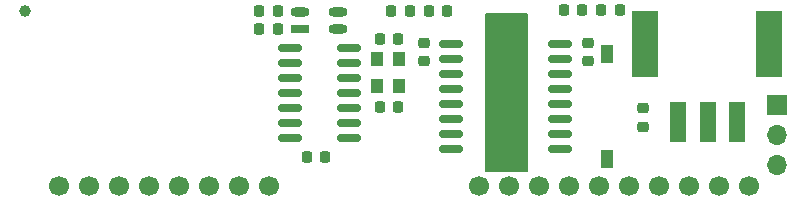
<source format=gbr>
%TF.GenerationSoftware,KiCad,Pcbnew,8.0.4*%
%TF.CreationDate,2024-11-04T15:39:35+01:00*%
%TF.ProjectId,Flipper_Zero_CAN_Module,466c6970-7065-4725-9f5a-65726f5f4341,rev?*%
%TF.SameCoordinates,Original*%
%TF.FileFunction,Soldermask,Top*%
%TF.FilePolarity,Negative*%
%FSLAX46Y46*%
G04 Gerber Fmt 4.6, Leading zero omitted, Abs format (unit mm)*
G04 Created by KiCad (PCBNEW 8.0.4) date 2024-11-04 15:39:35*
%MOMM*%
%LPD*%
G01*
G04 APERTURE LIST*
G04 Aperture macros list*
%AMRoundRect*
0 Rectangle with rounded corners*
0 $1 Rounding radius*
0 $2 $3 $4 $5 $6 $7 $8 $9 X,Y pos of 4 corners*
0 Add a 4 corners polygon primitive as box body*
4,1,4,$2,$3,$4,$5,$6,$7,$8,$9,$2,$3,0*
0 Add four circle primitives for the rounded corners*
1,1,$1+$1,$2,$3*
1,1,$1+$1,$4,$5*
1,1,$1+$1,$6,$7*
1,1,$1+$1,$8,$9*
0 Add four rect primitives between the rounded corners*
20,1,$1+$1,$2,$3,$4,$5,0*
20,1,$1+$1,$4,$5,$6,$7,0*
20,1,$1+$1,$6,$7,$8,$9,0*
20,1,$1+$1,$8,$9,$2,$3,0*%
G04 Aperture macros list end*
%ADD10C,0.150000*%
%ADD11C,1.700000*%
%ADD12RoundRect,0.218750X-0.218750X-0.256250X0.218750X-0.256250X0.218750X0.256250X-0.218750X0.256250X0*%
%ADD13RoundRect,0.218750X-0.256250X0.218750X-0.256250X-0.218750X0.256250X-0.218750X0.256250X0.218750X0*%
%ADD14RoundRect,0.225000X-0.250000X0.225000X-0.250000X-0.225000X0.250000X-0.225000X0.250000X0.225000X0*%
%ADD15R,1.100000X1.500000*%
%ADD16R,2.300000X5.600000*%
%ADD17R,1.400000X3.400000*%
%ADD18RoundRect,0.150000X-0.875000X-0.150000X0.875000X-0.150000X0.875000X0.150000X-0.875000X0.150000X0*%
%ADD19RoundRect,0.218750X0.218750X0.256250X-0.218750X0.256250X-0.218750X-0.256250X0.218750X-0.256250X0*%
%ADD20R,1.700000X1.700000*%
%ADD21O,1.700000X1.700000*%
%ADD22RoundRect,0.225000X-0.225000X-0.250000X0.225000X-0.250000X0.225000X0.250000X-0.225000X0.250000X0*%
%ADD23R,1.050000X1.300000*%
%ADD24C,1.000000*%
%ADD25RoundRect,0.225000X0.225000X0.250000X-0.225000X0.250000X-0.225000X-0.250000X0.225000X-0.250000X0*%
%ADD26RoundRect,0.150000X0.825000X0.150000X-0.825000X0.150000X-0.825000X-0.150000X0.825000X-0.150000X0*%
%ADD27R,1.600000X0.800000*%
%ADD28O,1.600000X0.800000*%
G04 APERTURE END LIST*
D10*
X152000000Y-73260000D02*
X155500000Y-73260000D01*
X155500000Y-86500000D01*
X152000000Y-86500000D01*
X152000000Y-73260000D01*
G36*
X152000000Y-73260000D02*
G01*
X155500000Y-73260000D01*
X155500000Y-86500000D01*
X152000000Y-86500000D01*
X152000000Y-73260000D01*
G37*
D11*
%TO.C,U7*%
X115873531Y-87820024D03*
X118413531Y-87820024D03*
X120953531Y-87820024D03*
X123493531Y-87820024D03*
X126033531Y-87820024D03*
X128573531Y-87820024D03*
X131113531Y-87820024D03*
X133653531Y-87820024D03*
X151433531Y-87820024D03*
X153973531Y-87820024D03*
X156513531Y-87820024D03*
X159053531Y-87820024D03*
X161593531Y-87820024D03*
X164133531Y-87820024D03*
X166673531Y-87820024D03*
X169213531Y-87820024D03*
X171753531Y-87820024D03*
X174293531Y-87820024D03*
%TD*%
D12*
%TO.C,R3*%
X132812500Y-74550000D03*
X134387500Y-74550000D03*
%TD*%
D13*
%TO.C,R15*%
X165300000Y-81212500D03*
X165300000Y-82787500D03*
%TD*%
D14*
%TO.C,C9*%
X160655000Y-75665000D03*
X160655000Y-77215000D03*
%TD*%
D12*
%TO.C,D2*%
X158605000Y-72898000D03*
X160180000Y-72898000D03*
%TD*%
D15*
%TO.C,SW1*%
X162290000Y-85500000D03*
X162290000Y-76600000D03*
%TD*%
D16*
%TO.C,J6*%
X175950000Y-75800000D03*
X165500000Y-75800000D03*
D17*
X173300000Y-82400000D03*
X170800000Y-82400000D03*
X168300000Y-82400000D03*
%TD*%
D18*
%TO.C,U4*%
X149020000Y-75805000D03*
X149020000Y-77075000D03*
X149020000Y-78345000D03*
X149020000Y-79615000D03*
X149020000Y-80885000D03*
X149020000Y-82155000D03*
X149020000Y-83425000D03*
X149020000Y-84695000D03*
X158320000Y-84695000D03*
X158320000Y-83425000D03*
X158320000Y-82155000D03*
X158320000Y-80885000D03*
X158320000Y-79615000D03*
X158320000Y-78345000D03*
X158320000Y-77075000D03*
X158320000Y-75805000D03*
%TD*%
D12*
%TO.C,R4*%
X132812500Y-73000000D03*
X134387500Y-73000000D03*
%TD*%
D19*
%TO.C,D1*%
X148742500Y-73025000D03*
X147167500Y-73025000D03*
%TD*%
D20*
%TO.C,J1*%
X176700000Y-80975000D03*
D21*
X176700000Y-83515000D03*
X176700000Y-86055000D03*
%TD*%
D12*
%TO.C,R1*%
X143992500Y-73025000D03*
X145567500Y-73025000D03*
%TD*%
D19*
%TO.C,R2*%
X163347500Y-72888000D03*
X161772500Y-72888000D03*
%TD*%
D22*
%TO.C,C4*%
X143025000Y-75385000D03*
X144575000Y-75385000D03*
%TD*%
D23*
%TO.C,Y1*%
X144675000Y-79360000D03*
X144675000Y-77060000D03*
X142820000Y-77060000D03*
X142820000Y-79360000D03*
%TD*%
D24*
%TO.C,FID1*%
X113000000Y-73000000D03*
%TD*%
D25*
%TO.C,C3*%
X144575000Y-81100000D03*
X143025000Y-81100000D03*
%TD*%
D26*
%TO.C,U2*%
X140400000Y-83780000D03*
X140400000Y-82510000D03*
X140400000Y-81240000D03*
X140400000Y-79970000D03*
X140400000Y-78700000D03*
X140400000Y-77430000D03*
X140400000Y-76160000D03*
X135450000Y-76160000D03*
X135450000Y-77430000D03*
X135450000Y-78700000D03*
X135450000Y-79970000D03*
X135450000Y-81240000D03*
X135450000Y-82510000D03*
X135450000Y-83780000D03*
%TD*%
D22*
%TO.C,C1*%
X136825000Y-85360000D03*
X138375000Y-85360000D03*
%TD*%
D27*
%TO.C,D3*%
X136275000Y-74475000D03*
D28*
X139475000Y-74475000D03*
X136275000Y-73075000D03*
X139475000Y-73075000D03*
%TD*%
D14*
%TO.C,C7*%
X146750320Y-75665000D03*
X146750320Y-77215000D03*
%TD*%
M02*

</source>
